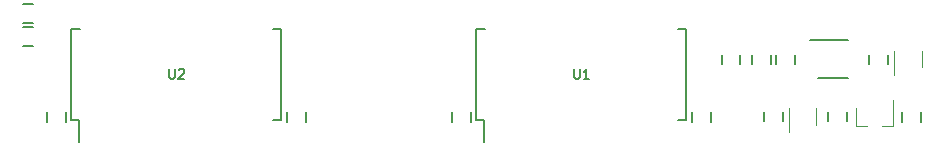
<source format=gto>
G04 #@! TF.GenerationSoftware,KiCad,Pcbnew,(5.1.10-1-10_14)*
G04 #@! TF.CreationDate,2021-07-01T19:13:04-04:00*
G04 #@! TF.ProjectId,GW4194-SOP,47573431-3934-42d5-934f-502e6b696361,1.0-SOP*
G04 #@! TF.SameCoordinates,Original*
G04 #@! TF.FileFunction,Legend,Top*
G04 #@! TF.FilePolarity,Positive*
%FSLAX46Y46*%
G04 Gerber Fmt 4.6, Leading zero omitted, Abs format (unit mm)*
G04 Created by KiCad (PCBNEW (5.1.10-1-10_14)) date 2021-07-01 19:13:04*
%MOMM*%
%LPD*%
G01*
G04 APERTURE LIST*
%ADD10C,0.127000*%
%ADD11C,0.152400*%
%ADD12C,0.120000*%
%ADD13C,0.203200*%
%ADD14C,0.952400*%
G04 APERTURE END LIST*
D10*
X148850000Y-86800000D02*
X152150000Y-86800000D01*
X152150000Y-90000000D02*
X149550000Y-90000000D01*
D11*
X141400000Y-88806400D02*
X141400000Y-87993600D01*
X143000000Y-88806400D02*
X143000000Y-87993600D01*
X146600000Y-92843600D02*
X146600000Y-93656400D01*
X145000000Y-92843600D02*
X145000000Y-93656400D01*
X152050000Y-92843600D02*
X152050000Y-93656400D01*
X150450000Y-92843600D02*
X150450000Y-93656400D01*
X84290000Y-93663400D02*
X84290000Y-92850600D01*
X85890000Y-93663400D02*
X85890000Y-92850600D01*
X106210000Y-93663400D02*
X106210000Y-92850600D01*
X104610000Y-93663400D02*
X104610000Y-92850600D01*
X118580000Y-93663400D02*
X118580000Y-92850600D01*
X120180000Y-93663400D02*
X120180000Y-92850600D01*
X156680000Y-93663400D02*
X156680000Y-92850600D01*
X158280000Y-93663400D02*
X158280000Y-92850600D01*
X138900000Y-93663400D02*
X138900000Y-92850600D01*
X140500000Y-93663400D02*
X140500000Y-92850600D01*
X83106400Y-87300000D02*
X82293600Y-87300000D01*
X83106400Y-85700000D02*
X82293600Y-85700000D01*
X82293600Y-85300000D02*
X83106400Y-85300000D01*
X82293600Y-83700000D02*
X83106400Y-83700000D01*
D12*
X152770000Y-94010000D02*
X153700000Y-94010000D01*
X155930000Y-94010000D02*
X155000000Y-94010000D01*
X155930000Y-94010000D02*
X155930000Y-91850000D01*
X152770000Y-94010000D02*
X152770000Y-92550000D01*
D11*
X153900000Y-87993600D02*
X153900000Y-88806400D01*
X155500000Y-87993600D02*
X155500000Y-88806400D01*
X147600000Y-87993600D02*
X147600000Y-88806400D01*
X146000000Y-87993600D02*
X146000000Y-88806400D01*
D12*
X149410000Y-93930000D02*
X149410000Y-92520000D01*
X147090000Y-92520000D02*
X147090000Y-94550000D01*
X156040000Y-87670000D02*
X156040000Y-89700000D01*
X158360000Y-89080000D02*
X158360000Y-87670000D01*
D11*
X144000000Y-87993600D02*
X144000000Y-88806400D01*
X145600000Y-87993600D02*
X145600000Y-88806400D01*
X121300000Y-93537000D02*
X121300000Y-95362000D01*
X138430000Y-93537000D02*
X138430000Y-85787000D01*
X120650000Y-93537000D02*
X120650000Y-85787000D01*
X138430000Y-93537000D02*
X137685000Y-93537000D01*
X138430000Y-85787000D02*
X137685000Y-85787000D01*
X120650000Y-85787000D02*
X121395000Y-85787000D01*
X120650000Y-93537000D02*
X121300000Y-93537000D01*
X86360000Y-93537000D02*
X87010000Y-93537000D01*
X86360000Y-85787000D02*
X87105000Y-85787000D01*
X104140000Y-85787000D02*
X103395000Y-85787000D01*
X104140000Y-93537000D02*
X103395000Y-93537000D01*
X86360000Y-93537000D02*
X86360000Y-85787000D01*
X104140000Y-93537000D02*
X104140000Y-85787000D01*
X87010000Y-93537000D02*
X87010000Y-95362000D01*
D13*
X128920723Y-89216895D02*
X128920723Y-89874876D01*
X128959428Y-89952285D01*
X128998133Y-89990990D01*
X129075542Y-90029695D01*
X129230361Y-90029695D01*
X129307771Y-89990990D01*
X129346476Y-89952285D01*
X129385180Y-89874876D01*
X129385180Y-89216895D01*
X130197980Y-90029695D02*
X129733523Y-90029695D01*
X129965752Y-90029695D02*
X129965752Y-89216895D01*
X129888342Y-89333009D01*
X129810933Y-89410419D01*
X129733523Y-89449123D01*
X94630723Y-89216895D02*
X94630723Y-89874876D01*
X94669428Y-89952285D01*
X94708133Y-89990990D01*
X94785542Y-90029695D01*
X94940361Y-90029695D01*
X95017771Y-89990990D01*
X95056476Y-89952285D01*
X95095180Y-89874876D01*
X95095180Y-89216895D01*
X95443523Y-89294304D02*
X95482228Y-89255600D01*
X95559638Y-89216895D01*
X95753161Y-89216895D01*
X95830571Y-89255600D01*
X95869276Y-89294304D01*
X95907980Y-89371714D01*
X95907980Y-89449123D01*
X95869276Y-89565238D01*
X95404819Y-90029695D01*
X95907980Y-90029695D01*
%LPC*%
G36*
G01*
X151888700Y-87518150D02*
X151888700Y-87181850D01*
G75*
G02*
X152056850Y-87013700I168150J0D01*
G01*
X152943150Y-87013700D01*
G75*
G02*
X153111300Y-87181850I0J-168150D01*
G01*
X153111300Y-87518150D01*
G75*
G02*
X152943150Y-87686300I-168150J0D01*
G01*
X152056850Y-87686300D01*
G75*
G02*
X151888700Y-87518150I0J168150D01*
G01*
G37*
G36*
G01*
X151888700Y-88205650D02*
X151888700Y-87944350D01*
G75*
G02*
X152019350Y-87813700I130650J0D01*
G01*
X152980650Y-87813700D01*
G75*
G02*
X153111300Y-87944350I0J-130650D01*
G01*
X153111300Y-88205650D01*
G75*
G02*
X152980650Y-88336300I-130650J0D01*
G01*
X152019350Y-88336300D01*
G75*
G02*
X151888700Y-88205650I0J130650D01*
G01*
G37*
G36*
G01*
X151888700Y-88855650D02*
X151888700Y-88594350D01*
G75*
G02*
X152019350Y-88463700I130650J0D01*
G01*
X152980650Y-88463700D01*
G75*
G02*
X153111300Y-88594350I0J-130650D01*
G01*
X153111300Y-88855650D01*
G75*
G02*
X152980650Y-88986300I-130650J0D01*
G01*
X152019350Y-88986300D01*
G75*
G02*
X151888700Y-88855650I0J130650D01*
G01*
G37*
G36*
G01*
X151888700Y-89618150D02*
X151888700Y-89281850D01*
G75*
G02*
X152056850Y-89113700I168150J0D01*
G01*
X152943150Y-89113700D01*
G75*
G02*
X153111300Y-89281850I0J-168150D01*
G01*
X153111300Y-89618150D01*
G75*
G02*
X152943150Y-89786300I-168150J0D01*
G01*
X152056850Y-89786300D01*
G75*
G02*
X151888700Y-89618150I0J168150D01*
G01*
G37*
G36*
G01*
X148588700Y-89618150D02*
X148588700Y-89281850D01*
G75*
G02*
X148756850Y-89113700I168150J0D01*
G01*
X149643150Y-89113700D01*
G75*
G02*
X149811300Y-89281850I0J-168150D01*
G01*
X149811300Y-89618150D01*
G75*
G02*
X149643150Y-89786300I-168150J0D01*
G01*
X148756850Y-89786300D01*
G75*
G02*
X148588700Y-89618150I0J168150D01*
G01*
G37*
G36*
G01*
X148588700Y-88843150D02*
X148588700Y-88606850D01*
G75*
G02*
X148706850Y-88488700I118150J0D01*
G01*
X149693150Y-88488700D01*
G75*
G02*
X149811300Y-88606850I0J-118150D01*
G01*
X149811300Y-88843150D01*
G75*
G02*
X149693150Y-88961300I-118150J0D01*
G01*
X148706850Y-88961300D01*
G75*
G02*
X148588700Y-88843150I0J118150D01*
G01*
G37*
G36*
G01*
X148588700Y-88193150D02*
X148588700Y-87956850D01*
G75*
G02*
X148706850Y-87838700I118150J0D01*
G01*
X149693150Y-87838700D01*
G75*
G02*
X149811300Y-87956850I0J-118150D01*
G01*
X149811300Y-88193150D01*
G75*
G02*
X149693150Y-88311300I-118150J0D01*
G01*
X148706850Y-88311300D01*
G75*
G02*
X148588700Y-88193150I0J118150D01*
G01*
G37*
G36*
G01*
X148588700Y-87518150D02*
X148588700Y-87181850D01*
G75*
G02*
X148756850Y-87013700I168150J0D01*
G01*
X149643150Y-87013700D01*
G75*
G02*
X149811300Y-87181850I0J-168150D01*
G01*
X149811300Y-87518150D01*
G75*
G02*
X149643150Y-87686300I-168150J0D01*
G01*
X148756850Y-87686300D01*
G75*
G02*
X148588700Y-87518150I0J168150D01*
G01*
G37*
G36*
G01*
X82854800Y-100939600D02*
X82854800Y-99212400D01*
G75*
G02*
X83337400Y-98729800I482600J0D01*
G01*
X84302600Y-98729800D01*
G75*
G02*
X84785200Y-99212400I0J-482600D01*
G01*
X84785200Y-100939600D01*
G75*
G02*
X84302600Y-101422200I-482600J0D01*
G01*
X83337400Y-101422200D01*
G75*
G02*
X82854800Y-100939600I0J482600D01*
G01*
G37*
G36*
G01*
X85394800Y-100939600D02*
X85394800Y-99212400D01*
G75*
G02*
X85877400Y-98729800I482600J0D01*
G01*
X86842600Y-98729800D01*
G75*
G02*
X87325200Y-99212400I0J-482600D01*
G01*
X87325200Y-100939600D01*
G75*
G02*
X86842600Y-101422200I-482600J0D01*
G01*
X85877400Y-101422200D01*
G75*
G02*
X85394800Y-100939600I0J482600D01*
G01*
G37*
D14*
X88900000Y-98806000D03*
G36*
G01*
X108254800Y-100939600D02*
X108254800Y-99212400D01*
G75*
G02*
X108737400Y-98729800I482600J0D01*
G01*
X109702600Y-98729800D01*
G75*
G02*
X110185200Y-99212400I0J-482600D01*
G01*
X110185200Y-100939600D01*
G75*
G02*
X109702600Y-101422200I-482600J0D01*
G01*
X108737400Y-101422200D01*
G75*
G02*
X108254800Y-100939600I0J482600D01*
G01*
G37*
G36*
G01*
X93014800Y-100939600D02*
X93014800Y-99212400D01*
G75*
G02*
X93497400Y-98729800I482600J0D01*
G01*
X94462600Y-98729800D01*
G75*
G02*
X94945200Y-99212400I0J-482600D01*
G01*
X94945200Y-100939600D01*
G75*
G02*
X94462600Y-101422200I-482600J0D01*
G01*
X93497400Y-101422200D01*
G75*
G02*
X93014800Y-100939600I0J482600D01*
G01*
G37*
G36*
G01*
X110794800Y-100939600D02*
X110794800Y-99212400D01*
G75*
G02*
X111277400Y-98729800I482600J0D01*
G01*
X112242600Y-98729800D01*
G75*
G02*
X112725200Y-99212400I0J-482600D01*
G01*
X112725200Y-100939600D01*
G75*
G02*
X112242600Y-101422200I-482600J0D01*
G01*
X111277400Y-101422200D01*
G75*
G02*
X110794800Y-100939600I0J482600D01*
G01*
G37*
G36*
G01*
X146354800Y-100939600D02*
X146354800Y-99212400D01*
G75*
G02*
X146837400Y-98729800I482600J0D01*
G01*
X147802600Y-98729800D01*
G75*
G02*
X148285200Y-99212400I0J-482600D01*
G01*
X148285200Y-100939600D01*
G75*
G02*
X147802600Y-101422200I-482600J0D01*
G01*
X146837400Y-101422200D01*
G75*
G02*
X146354800Y-100939600I0J482600D01*
G01*
G37*
G36*
G01*
X113334800Y-100939600D02*
X113334800Y-99212400D01*
G75*
G02*
X113817400Y-98729800I482600J0D01*
G01*
X114782600Y-98729800D01*
G75*
G02*
X115265200Y-99212400I0J-482600D01*
G01*
X115265200Y-100939600D01*
G75*
G02*
X114782600Y-101422200I-482600J0D01*
G01*
X113817400Y-101422200D01*
G75*
G02*
X113334800Y-100939600I0J482600D01*
G01*
G37*
G36*
G01*
X115874800Y-100939600D02*
X115874800Y-99212400D01*
G75*
G02*
X116357400Y-98729800I482600J0D01*
G01*
X117322600Y-98729800D01*
G75*
G02*
X117805200Y-99212400I0J-482600D01*
G01*
X117805200Y-100939600D01*
G75*
G02*
X117322600Y-101422200I-482600J0D01*
G01*
X116357400Y-101422200D01*
G75*
G02*
X115874800Y-100939600I0J482600D01*
G01*
G37*
G36*
G01*
X90474800Y-100939600D02*
X90474800Y-99212400D01*
G75*
G02*
X90957400Y-98729800I482600J0D01*
G01*
X91922600Y-98729800D01*
G75*
G02*
X92405200Y-99212400I0J-482600D01*
G01*
X92405200Y-100939600D01*
G75*
G02*
X91922600Y-101422200I-482600J0D01*
G01*
X90957400Y-101422200D01*
G75*
G02*
X90474800Y-100939600I0J482600D01*
G01*
G37*
G36*
G01*
X153974800Y-100939600D02*
X153974800Y-99212400D01*
G75*
G02*
X154457400Y-98729800I482600J0D01*
G01*
X155422600Y-98729800D01*
G75*
G02*
X155905200Y-99212400I0J-482600D01*
G01*
X155905200Y-100939600D01*
G75*
G02*
X155422600Y-101422200I-482600J0D01*
G01*
X154457400Y-101422200D01*
G75*
G02*
X153974800Y-100939600I0J482600D01*
G01*
G37*
G36*
G01*
X87934800Y-100939600D02*
X87934800Y-99212400D01*
G75*
G02*
X88417400Y-98729800I482600J0D01*
G01*
X89382600Y-98729800D01*
G75*
G02*
X89865200Y-99212400I0J-482600D01*
G01*
X89865200Y-100939600D01*
G75*
G02*
X89382600Y-101422200I-482600J0D01*
G01*
X88417400Y-101422200D01*
G75*
G02*
X87934800Y-100939600I0J482600D01*
G01*
G37*
G36*
G01*
X141274800Y-100939600D02*
X141274800Y-99212400D01*
G75*
G02*
X141757400Y-98729800I482600J0D01*
G01*
X142722600Y-98729800D01*
G75*
G02*
X143205200Y-99212400I0J-482600D01*
G01*
X143205200Y-100939600D01*
G75*
G02*
X142722600Y-101422200I-482600J0D01*
G01*
X141757400Y-101422200D01*
G75*
G02*
X141274800Y-100939600I0J482600D01*
G01*
G37*
G36*
G01*
X120954800Y-100939600D02*
X120954800Y-99212400D01*
G75*
G02*
X121437400Y-98729800I482600J0D01*
G01*
X122402600Y-98729800D01*
G75*
G02*
X122885200Y-99212400I0J-482600D01*
G01*
X122885200Y-100939600D01*
G75*
G02*
X122402600Y-101422200I-482600J0D01*
G01*
X121437400Y-101422200D01*
G75*
G02*
X120954800Y-100939600I0J482600D01*
G01*
G37*
G36*
G01*
X131114800Y-100939600D02*
X131114800Y-99212400D01*
G75*
G02*
X131597400Y-98729800I482600J0D01*
G01*
X132562600Y-98729800D01*
G75*
G02*
X133045200Y-99212400I0J-482600D01*
G01*
X133045200Y-100939600D01*
G75*
G02*
X132562600Y-101422200I-482600J0D01*
G01*
X131597400Y-101422200D01*
G75*
G02*
X131114800Y-100939600I0J482600D01*
G01*
G37*
G36*
G01*
X138734800Y-100939600D02*
X138734800Y-99212400D01*
G75*
G02*
X139217400Y-98729800I482600J0D01*
G01*
X140182600Y-98729800D01*
G75*
G02*
X140665200Y-99212400I0J-482600D01*
G01*
X140665200Y-100939600D01*
G75*
G02*
X140182600Y-101422200I-482600J0D01*
G01*
X139217400Y-101422200D01*
G75*
G02*
X138734800Y-100939600I0J482600D01*
G01*
G37*
G36*
G01*
X103174800Y-100939600D02*
X103174800Y-99212400D01*
G75*
G02*
X103657400Y-98729800I482600J0D01*
G01*
X104622600Y-98729800D01*
G75*
G02*
X105105200Y-99212400I0J-482600D01*
G01*
X105105200Y-100939600D01*
G75*
G02*
X104622600Y-101422200I-482600J0D01*
G01*
X103657400Y-101422200D01*
G75*
G02*
X103174800Y-100939600I0J482600D01*
G01*
G37*
G36*
G01*
X126034800Y-100939600D02*
X126034800Y-99212400D01*
G75*
G02*
X126517400Y-98729800I482600J0D01*
G01*
X127482600Y-98729800D01*
G75*
G02*
X127965200Y-99212400I0J-482600D01*
G01*
X127965200Y-100939600D01*
G75*
G02*
X127482600Y-101422200I-482600J0D01*
G01*
X126517400Y-101422200D01*
G75*
G02*
X126034800Y-100939600I0J482600D01*
G01*
G37*
G36*
G01*
X133654800Y-100939600D02*
X133654800Y-99212400D01*
G75*
G02*
X134137400Y-98729800I482600J0D01*
G01*
X135102600Y-98729800D01*
G75*
G02*
X135585200Y-99212400I0J-482600D01*
G01*
X135585200Y-100939600D01*
G75*
G02*
X135102600Y-101422200I-482600J0D01*
G01*
X134137400Y-101422200D01*
G75*
G02*
X133654800Y-100939600I0J482600D01*
G01*
G37*
G36*
G01*
X128574800Y-100939600D02*
X128574800Y-99212400D01*
G75*
G02*
X129057400Y-98729800I482600J0D01*
G01*
X130022600Y-98729800D01*
G75*
G02*
X130505200Y-99212400I0J-482600D01*
G01*
X130505200Y-100939600D01*
G75*
G02*
X130022600Y-101422200I-482600J0D01*
G01*
X129057400Y-101422200D01*
G75*
G02*
X128574800Y-100939600I0J482600D01*
G01*
G37*
G36*
G01*
X105714800Y-100939600D02*
X105714800Y-99212400D01*
G75*
G02*
X106197400Y-98729800I482600J0D01*
G01*
X107162600Y-98729800D01*
G75*
G02*
X107645200Y-99212400I0J-482600D01*
G01*
X107645200Y-100939600D01*
G75*
G02*
X107162600Y-101422200I-482600J0D01*
G01*
X106197400Y-101422200D01*
G75*
G02*
X105714800Y-100939600I0J482600D01*
G01*
G37*
G36*
G01*
X136194800Y-100939600D02*
X136194800Y-99212400D01*
G75*
G02*
X136677400Y-98729800I482600J0D01*
G01*
X137642600Y-98729800D01*
G75*
G02*
X138125200Y-99212400I0J-482600D01*
G01*
X138125200Y-100939600D01*
G75*
G02*
X137642600Y-101422200I-482600J0D01*
G01*
X136677400Y-101422200D01*
G75*
G02*
X136194800Y-100939600I0J482600D01*
G01*
G37*
G36*
G01*
X95554800Y-100939600D02*
X95554800Y-99212400D01*
G75*
G02*
X96037400Y-98729800I482600J0D01*
G01*
X97002600Y-98729800D01*
G75*
G02*
X97485200Y-99212400I0J-482600D01*
G01*
X97485200Y-100939600D01*
G75*
G02*
X97002600Y-101422200I-482600J0D01*
G01*
X96037400Y-101422200D01*
G75*
G02*
X95554800Y-100939600I0J482600D01*
G01*
G37*
G36*
G01*
X123494800Y-100939600D02*
X123494800Y-99212400D01*
G75*
G02*
X123977400Y-98729800I482600J0D01*
G01*
X124942600Y-98729800D01*
G75*
G02*
X125425200Y-99212400I0J-482600D01*
G01*
X125425200Y-100939600D01*
G75*
G02*
X124942600Y-101422200I-482600J0D01*
G01*
X123977400Y-101422200D01*
G75*
G02*
X123494800Y-100939600I0J482600D01*
G01*
G37*
G36*
G01*
X98094800Y-100939600D02*
X98094800Y-99212400D01*
G75*
G02*
X98577400Y-98729800I482600J0D01*
G01*
X99542600Y-98729800D01*
G75*
G02*
X100025200Y-99212400I0J-482600D01*
G01*
X100025200Y-100939600D01*
G75*
G02*
X99542600Y-101422200I-482600J0D01*
G01*
X98577400Y-101422200D01*
G75*
G02*
X98094800Y-100939600I0J482600D01*
G01*
G37*
G36*
G01*
X100634800Y-100939600D02*
X100634800Y-99212400D01*
G75*
G02*
X101117400Y-98729800I482600J0D01*
G01*
X102082600Y-98729800D01*
G75*
G02*
X102565200Y-99212400I0J-482600D01*
G01*
X102565200Y-100939600D01*
G75*
G02*
X102082600Y-101422200I-482600J0D01*
G01*
X101117400Y-101422200D01*
G75*
G02*
X100634800Y-100939600I0J482600D01*
G01*
G37*
G36*
G01*
X148894800Y-100939600D02*
X148894800Y-99212400D01*
G75*
G02*
X149377400Y-98729800I482600J0D01*
G01*
X150342600Y-98729800D01*
G75*
G02*
X150825200Y-99212400I0J-482600D01*
G01*
X150825200Y-100939600D01*
G75*
G02*
X150342600Y-101422200I-482600J0D01*
G01*
X149377400Y-101422200D01*
G75*
G02*
X148894800Y-100939600I0J482600D01*
G01*
G37*
G36*
G01*
X151434800Y-100939600D02*
X151434800Y-99212400D01*
G75*
G02*
X151917400Y-98729800I482600J0D01*
G01*
X152882600Y-98729800D01*
G75*
G02*
X153365200Y-99212400I0J-482600D01*
G01*
X153365200Y-100939600D01*
G75*
G02*
X152882600Y-101422200I-482600J0D01*
G01*
X151917400Y-101422200D01*
G75*
G02*
X151434800Y-100939600I0J482600D01*
G01*
G37*
G36*
G01*
X156514800Y-100939600D02*
X156514800Y-99212400D01*
G75*
G02*
X156997400Y-98729800I482600J0D01*
G01*
X157962600Y-98729800D01*
G75*
G02*
X158445200Y-99212400I0J-482600D01*
G01*
X158445200Y-100939600D01*
G75*
G02*
X157962600Y-101422200I-482600J0D01*
G01*
X156997400Y-101422200D01*
G75*
G02*
X156514800Y-100939600I0J482600D01*
G01*
G37*
G36*
G01*
X118414800Y-100939600D02*
X118414800Y-99212400D01*
G75*
G02*
X118897400Y-98729800I482600J0D01*
G01*
X119862600Y-98729800D01*
G75*
G02*
X120345200Y-99212400I0J-482600D01*
G01*
X120345200Y-100939600D01*
G75*
G02*
X119862600Y-101422200I-482600J0D01*
G01*
X118897400Y-101422200D01*
G75*
G02*
X118414800Y-100939600I0J482600D01*
G01*
G37*
G36*
G01*
X143814800Y-100939600D02*
X143814800Y-99212400D01*
G75*
G02*
X144297400Y-98729800I482600J0D01*
G01*
X145262600Y-98729800D01*
G75*
G02*
X145745200Y-99212400I0J-482600D01*
G01*
X145745200Y-100939600D01*
G75*
G02*
X145262600Y-101422200I-482600J0D01*
G01*
X144297400Y-101422200D01*
G75*
G02*
X143814800Y-100939600I0J482600D01*
G01*
G37*
X86360000Y-98806000D03*
X83820000Y-98806000D03*
X93980000Y-98806000D03*
X91440000Y-98806000D03*
X96520000Y-98806000D03*
X99060000Y-98806000D03*
X104140000Y-98806000D03*
X101600000Y-98806000D03*
X109220000Y-98806000D03*
X106680000Y-98806000D03*
X111760000Y-98806000D03*
X116840000Y-98806000D03*
X114300000Y-98806000D03*
X119380000Y-98806000D03*
X124460000Y-98806000D03*
X121920000Y-98806000D03*
X127000000Y-98806000D03*
X149860000Y-98806000D03*
X147320000Y-98806000D03*
X152400000Y-98806000D03*
X134620000Y-98806000D03*
X132080000Y-98806000D03*
X137160000Y-98806000D03*
X142240000Y-98806000D03*
X139700000Y-98806000D03*
X144780000Y-98806000D03*
X129540000Y-98806000D03*
X154940000Y-98806000D03*
X157480000Y-98806000D03*
G36*
G01*
X142712500Y-87925000D02*
X141687500Y-87925000D01*
G75*
G02*
X141450000Y-87687500I0J237500D01*
G01*
X141450000Y-87212500D01*
G75*
G02*
X141687500Y-86975000I237500J0D01*
G01*
X142712500Y-86975000D01*
G75*
G02*
X142950000Y-87212500I0J-237500D01*
G01*
X142950000Y-87687500D01*
G75*
G02*
X142712500Y-87925000I-237500J0D01*
G01*
G37*
G36*
G01*
X142712500Y-89825000D02*
X141687500Y-89825000D01*
G75*
G02*
X141450000Y-89587500I0J237500D01*
G01*
X141450000Y-89112500D01*
G75*
G02*
X141687500Y-88875000I237500J0D01*
G01*
X142712500Y-88875000D01*
G75*
G02*
X142950000Y-89112500I0J-237500D01*
G01*
X142950000Y-89587500D01*
G75*
G02*
X142712500Y-89825000I-237500J0D01*
G01*
G37*
G36*
G01*
X145337500Y-93525000D02*
X146262500Y-93525000D01*
G75*
G02*
X146550000Y-93812500I0J-287500D01*
G01*
X146550000Y-94387500D01*
G75*
G02*
X146262500Y-94675000I-287500J0D01*
G01*
X145337500Y-94675000D01*
G75*
G02*
X145050000Y-94387500I0J287500D01*
G01*
X145050000Y-93812500D01*
G75*
G02*
X145337500Y-93525000I287500J0D01*
G01*
G37*
G36*
G01*
X145337500Y-91825000D02*
X146262500Y-91825000D01*
G75*
G02*
X146550000Y-92112500I0J-287500D01*
G01*
X146550000Y-92687500D01*
G75*
G02*
X146262500Y-92975000I-287500J0D01*
G01*
X145337500Y-92975000D01*
G75*
G02*
X145050000Y-92687500I0J287500D01*
G01*
X145050000Y-92112500D01*
G75*
G02*
X145337500Y-91825000I287500J0D01*
G01*
G37*
G36*
G01*
X150774400Y-91798800D02*
X151725600Y-91798800D01*
G75*
G02*
X152026200Y-92099400I0J-300600D01*
G01*
X152026200Y-92700600D01*
G75*
G02*
X151725600Y-93001200I-300600J0D01*
G01*
X150774400Y-93001200D01*
G75*
G02*
X150473800Y-92700600I0J300600D01*
G01*
X150473800Y-92099400D01*
G75*
G02*
X150774400Y-91798800I300600J0D01*
G01*
G37*
G36*
G01*
X150774400Y-93498800D02*
X151725600Y-93498800D01*
G75*
G02*
X152026200Y-93799400I0J-300600D01*
G01*
X152026200Y-94400600D01*
G75*
G02*
X151725600Y-94701200I-300600J0D01*
G01*
X150774400Y-94701200D01*
G75*
G02*
X150473800Y-94400600I0J300600D01*
G01*
X150473800Y-93799400D01*
G75*
G02*
X150774400Y-93498800I300600J0D01*
G01*
G37*
G36*
G01*
X85565600Y-94708200D02*
X84614400Y-94708200D01*
G75*
G02*
X84313800Y-94407600I0J300600D01*
G01*
X84313800Y-93806400D01*
G75*
G02*
X84614400Y-93505800I300600J0D01*
G01*
X85565600Y-93505800D01*
G75*
G02*
X85866200Y-93806400I0J-300600D01*
G01*
X85866200Y-94407600D01*
G75*
G02*
X85565600Y-94708200I-300600J0D01*
G01*
G37*
G36*
G01*
X85565600Y-93008200D02*
X84614400Y-93008200D01*
G75*
G02*
X84313800Y-92707600I0J300600D01*
G01*
X84313800Y-92106400D01*
G75*
G02*
X84614400Y-91805800I300600J0D01*
G01*
X85565600Y-91805800D01*
G75*
G02*
X85866200Y-92106400I0J-300600D01*
G01*
X85866200Y-92707600D01*
G75*
G02*
X85565600Y-93008200I-300600J0D01*
G01*
G37*
G36*
G01*
X105885600Y-93008200D02*
X104934400Y-93008200D01*
G75*
G02*
X104633800Y-92707600I0J300600D01*
G01*
X104633800Y-92106400D01*
G75*
G02*
X104934400Y-91805800I300600J0D01*
G01*
X105885600Y-91805800D01*
G75*
G02*
X106186200Y-92106400I0J-300600D01*
G01*
X106186200Y-92707600D01*
G75*
G02*
X105885600Y-93008200I-300600J0D01*
G01*
G37*
G36*
G01*
X105885600Y-94708200D02*
X104934400Y-94708200D01*
G75*
G02*
X104633800Y-94407600I0J300600D01*
G01*
X104633800Y-93806400D01*
G75*
G02*
X104934400Y-93505800I300600J0D01*
G01*
X105885600Y-93505800D01*
G75*
G02*
X106186200Y-93806400I0J-300600D01*
G01*
X106186200Y-94407600D01*
G75*
G02*
X105885600Y-94708200I-300600J0D01*
G01*
G37*
G36*
G01*
X119855600Y-94708200D02*
X118904400Y-94708200D01*
G75*
G02*
X118603800Y-94407600I0J300600D01*
G01*
X118603800Y-93806400D01*
G75*
G02*
X118904400Y-93505800I300600J0D01*
G01*
X119855600Y-93505800D01*
G75*
G02*
X120156200Y-93806400I0J-300600D01*
G01*
X120156200Y-94407600D01*
G75*
G02*
X119855600Y-94708200I-300600J0D01*
G01*
G37*
G36*
G01*
X119855600Y-93008200D02*
X118904400Y-93008200D01*
G75*
G02*
X118603800Y-92707600I0J300600D01*
G01*
X118603800Y-92106400D01*
G75*
G02*
X118904400Y-91805800I300600J0D01*
G01*
X119855600Y-91805800D01*
G75*
G02*
X120156200Y-92106400I0J-300600D01*
G01*
X120156200Y-92707600D01*
G75*
G02*
X119855600Y-93008200I-300600J0D01*
G01*
G37*
G36*
G01*
X157955600Y-94708200D02*
X157004400Y-94708200D01*
G75*
G02*
X156703800Y-94407600I0J300600D01*
G01*
X156703800Y-93806400D01*
G75*
G02*
X157004400Y-93505800I300600J0D01*
G01*
X157955600Y-93505800D01*
G75*
G02*
X158256200Y-93806400I0J-300600D01*
G01*
X158256200Y-94407600D01*
G75*
G02*
X157955600Y-94708200I-300600J0D01*
G01*
G37*
G36*
G01*
X157955600Y-93008200D02*
X157004400Y-93008200D01*
G75*
G02*
X156703800Y-92707600I0J300600D01*
G01*
X156703800Y-92106400D01*
G75*
G02*
X157004400Y-91805800I300600J0D01*
G01*
X157955600Y-91805800D01*
G75*
G02*
X158256200Y-92106400I0J-300600D01*
G01*
X158256200Y-92707600D01*
G75*
G02*
X157955600Y-93008200I-300600J0D01*
G01*
G37*
G36*
G01*
X140175600Y-94708200D02*
X139224400Y-94708200D01*
G75*
G02*
X138923800Y-94407600I0J300600D01*
G01*
X138923800Y-93806400D01*
G75*
G02*
X139224400Y-93505800I300600J0D01*
G01*
X140175600Y-93505800D01*
G75*
G02*
X140476200Y-93806400I0J-300600D01*
G01*
X140476200Y-94407600D01*
G75*
G02*
X140175600Y-94708200I-300600J0D01*
G01*
G37*
G36*
G01*
X140175600Y-93008200D02*
X139224400Y-93008200D01*
G75*
G02*
X138923800Y-92707600I0J300600D01*
G01*
X138923800Y-92106400D01*
G75*
G02*
X139224400Y-91805800I300600J0D01*
G01*
X140175600Y-91805800D01*
G75*
G02*
X140476200Y-92106400I0J-300600D01*
G01*
X140476200Y-92707600D01*
G75*
G02*
X140175600Y-93008200I-300600J0D01*
G01*
G37*
G36*
G01*
X82225000Y-85987500D02*
X82225000Y-87012500D01*
G75*
G02*
X81987500Y-87250000I-237500J0D01*
G01*
X81512500Y-87250000D01*
G75*
G02*
X81275000Y-87012500I0J237500D01*
G01*
X81275000Y-85987500D01*
G75*
G02*
X81512500Y-85750000I237500J0D01*
G01*
X81987500Y-85750000D01*
G75*
G02*
X82225000Y-85987500I0J-237500D01*
G01*
G37*
G36*
G01*
X84125000Y-85987500D02*
X84125000Y-87012500D01*
G75*
G02*
X83887500Y-87250000I-237500J0D01*
G01*
X83412500Y-87250000D01*
G75*
G02*
X83175000Y-87012500I0J237500D01*
G01*
X83175000Y-85987500D01*
G75*
G02*
X83412500Y-85750000I237500J0D01*
G01*
X83887500Y-85750000D01*
G75*
G02*
X84125000Y-85987500I0J-237500D01*
G01*
G37*
G36*
G01*
X81275000Y-85012500D02*
X81275000Y-83987500D01*
G75*
G02*
X81512500Y-83750000I237500J0D01*
G01*
X81987500Y-83750000D01*
G75*
G02*
X82225000Y-83987500I0J-237500D01*
G01*
X82225000Y-85012500D01*
G75*
G02*
X81987500Y-85250000I-237500J0D01*
G01*
X81512500Y-85250000D01*
G75*
G02*
X81275000Y-85012500I0J237500D01*
G01*
G37*
G36*
G01*
X83175000Y-85012500D02*
X83175000Y-83987500D01*
G75*
G02*
X83412500Y-83750000I237500J0D01*
G01*
X83887500Y-83750000D01*
G75*
G02*
X84125000Y-83987500I0J-237500D01*
G01*
X84125000Y-85012500D01*
G75*
G02*
X83887500Y-85250000I-237500J0D01*
G01*
X83412500Y-85250000D01*
G75*
G02*
X83175000Y-85012500I0J237500D01*
G01*
G37*
G36*
G01*
X154125000Y-93575000D02*
X154575000Y-93575000D01*
G75*
G02*
X154800000Y-93800000I0J-225000D01*
G01*
X154800000Y-94800000D01*
G75*
G02*
X154575000Y-95025000I-225000J0D01*
G01*
X154125000Y-95025000D01*
G75*
G02*
X153900000Y-94800000I0J225000D01*
G01*
X153900000Y-93800000D01*
G75*
G02*
X154125000Y-93575000I225000J0D01*
G01*
G37*
G36*
G01*
X153175000Y-91475000D02*
X153625000Y-91475000D01*
G75*
G02*
X153850000Y-91700000I0J-225000D01*
G01*
X153850000Y-92700000D01*
G75*
G02*
X153625000Y-92925000I-225000J0D01*
G01*
X153175000Y-92925000D01*
G75*
G02*
X152950000Y-92700000I0J225000D01*
G01*
X152950000Y-91700000D01*
G75*
G02*
X153175000Y-91475000I225000J0D01*
G01*
G37*
G36*
G01*
X155075000Y-91475000D02*
X155525000Y-91475000D01*
G75*
G02*
X155750000Y-91700000I0J-225000D01*
G01*
X155750000Y-92700000D01*
G75*
G02*
X155525000Y-92925000I-225000J0D01*
G01*
X155075000Y-92925000D01*
G75*
G02*
X154850000Y-92700000I0J225000D01*
G01*
X154850000Y-91700000D01*
G75*
G02*
X155075000Y-91475000I225000J0D01*
G01*
G37*
G36*
G01*
X154237500Y-86975000D02*
X155162500Y-86975000D01*
G75*
G02*
X155450000Y-87262500I0J-287500D01*
G01*
X155450000Y-87837500D01*
G75*
G02*
X155162500Y-88125000I-287500J0D01*
G01*
X154237500Y-88125000D01*
G75*
G02*
X153950000Y-87837500I0J287500D01*
G01*
X153950000Y-87262500D01*
G75*
G02*
X154237500Y-86975000I287500J0D01*
G01*
G37*
G36*
G01*
X154237500Y-88675000D02*
X155162500Y-88675000D01*
G75*
G02*
X155450000Y-88962500I0J-287500D01*
G01*
X155450000Y-89537500D01*
G75*
G02*
X155162500Y-89825000I-287500J0D01*
G01*
X154237500Y-89825000D01*
G75*
G02*
X153950000Y-89537500I0J287500D01*
G01*
X153950000Y-88962500D01*
G75*
G02*
X154237500Y-88675000I287500J0D01*
G01*
G37*
G36*
G01*
X146337500Y-88675000D02*
X147262500Y-88675000D01*
G75*
G02*
X147550000Y-88962500I0J-287500D01*
G01*
X147550000Y-89537500D01*
G75*
G02*
X147262500Y-89825000I-287500J0D01*
G01*
X146337500Y-89825000D01*
G75*
G02*
X146050000Y-89537500I0J287500D01*
G01*
X146050000Y-88962500D01*
G75*
G02*
X146337500Y-88675000I287500J0D01*
G01*
G37*
G36*
G01*
X146337500Y-86975000D02*
X147262500Y-86975000D01*
G75*
G02*
X147550000Y-87262500I0J-287500D01*
G01*
X147550000Y-87837500D01*
G75*
G02*
X147262500Y-88125000I-287500J0D01*
G01*
X146337500Y-88125000D01*
G75*
G02*
X146050000Y-87837500I0J287500D01*
G01*
X146050000Y-87262500D01*
G75*
G02*
X146337500Y-86975000I287500J0D01*
G01*
G37*
G36*
G01*
X147720000Y-92940000D02*
X147480000Y-92940000D01*
G75*
G02*
X147360000Y-92820000I0J120000D01*
G01*
X147360000Y-91980000D01*
G75*
G02*
X147480000Y-91860000I120000J0D01*
G01*
X147720000Y-91860000D01*
G75*
G02*
X147840000Y-91980000I0J-120000D01*
G01*
X147840000Y-92820000D01*
G75*
G02*
X147720000Y-92940000I-120000J0D01*
G01*
G37*
G36*
G01*
X149020000Y-92940000D02*
X148780000Y-92940000D01*
G75*
G02*
X148660000Y-92820000I0J120000D01*
G01*
X148660000Y-91980000D01*
G75*
G02*
X148780000Y-91860000I120000J0D01*
G01*
X149020000Y-91860000D01*
G75*
G02*
X149140000Y-91980000I0J-120000D01*
G01*
X149140000Y-92820000D01*
G75*
G02*
X149020000Y-92940000I-120000J0D01*
G01*
G37*
G36*
G01*
X148370000Y-94640000D02*
X148130000Y-94640000D01*
G75*
G02*
X148010000Y-94520000I0J120000D01*
G01*
X148010000Y-93680000D01*
G75*
G02*
X148130000Y-93560000I120000J0D01*
G01*
X148370000Y-93560000D01*
G75*
G02*
X148490000Y-93680000I0J-120000D01*
G01*
X148490000Y-94520000D01*
G75*
G02*
X148370000Y-94640000I-120000J0D01*
G01*
G37*
G36*
G01*
X147720000Y-94640000D02*
X147480000Y-94640000D01*
G75*
G02*
X147360000Y-94520000I0J120000D01*
G01*
X147360000Y-93680000D01*
G75*
G02*
X147480000Y-93560000I120000J0D01*
G01*
X147720000Y-93560000D01*
G75*
G02*
X147840000Y-93680000I0J-120000D01*
G01*
X147840000Y-94520000D01*
G75*
G02*
X147720000Y-94640000I-120000J0D01*
G01*
G37*
G36*
G01*
X149020000Y-94640000D02*
X148780000Y-94640000D01*
G75*
G02*
X148660000Y-94520000I0J120000D01*
G01*
X148660000Y-93680000D01*
G75*
G02*
X148780000Y-93560000I120000J0D01*
G01*
X149020000Y-93560000D01*
G75*
G02*
X149140000Y-93680000I0J-120000D01*
G01*
X149140000Y-94520000D01*
G75*
G02*
X149020000Y-94640000I-120000J0D01*
G01*
G37*
G36*
G01*
X157970000Y-89790000D02*
X157730000Y-89790000D01*
G75*
G02*
X157610000Y-89670000I0J120000D01*
G01*
X157610000Y-88830000D01*
G75*
G02*
X157730000Y-88710000I120000J0D01*
G01*
X157970000Y-88710000D01*
G75*
G02*
X158090000Y-88830000I0J-120000D01*
G01*
X158090000Y-89670000D01*
G75*
G02*
X157970000Y-89790000I-120000J0D01*
G01*
G37*
G36*
G01*
X156670000Y-89790000D02*
X156430000Y-89790000D01*
G75*
G02*
X156310000Y-89670000I0J120000D01*
G01*
X156310000Y-88830000D01*
G75*
G02*
X156430000Y-88710000I120000J0D01*
G01*
X156670000Y-88710000D01*
G75*
G02*
X156790000Y-88830000I0J-120000D01*
G01*
X156790000Y-89670000D01*
G75*
G02*
X156670000Y-89790000I-120000J0D01*
G01*
G37*
G36*
G01*
X157320000Y-89790000D02*
X157080000Y-89790000D01*
G75*
G02*
X156960000Y-89670000I0J120000D01*
G01*
X156960000Y-88830000D01*
G75*
G02*
X157080000Y-88710000I120000J0D01*
G01*
X157320000Y-88710000D01*
G75*
G02*
X157440000Y-88830000I0J-120000D01*
G01*
X157440000Y-89670000D01*
G75*
G02*
X157320000Y-89790000I-120000J0D01*
G01*
G37*
G36*
G01*
X157970000Y-88090000D02*
X157730000Y-88090000D01*
G75*
G02*
X157610000Y-87970000I0J120000D01*
G01*
X157610000Y-87130000D01*
G75*
G02*
X157730000Y-87010000I120000J0D01*
G01*
X157970000Y-87010000D01*
G75*
G02*
X158090000Y-87130000I0J-120000D01*
G01*
X158090000Y-87970000D01*
G75*
G02*
X157970000Y-88090000I-120000J0D01*
G01*
G37*
G36*
G01*
X156670000Y-88090000D02*
X156430000Y-88090000D01*
G75*
G02*
X156310000Y-87970000I0J120000D01*
G01*
X156310000Y-87130000D01*
G75*
G02*
X156430000Y-87010000I120000J0D01*
G01*
X156670000Y-87010000D01*
G75*
G02*
X156790000Y-87130000I0J-120000D01*
G01*
X156790000Y-87970000D01*
G75*
G02*
X156670000Y-88090000I-120000J0D01*
G01*
G37*
G36*
G01*
X144287500Y-86975000D02*
X145312500Y-86975000D01*
G75*
G02*
X145550000Y-87212500I0J-237500D01*
G01*
X145550000Y-87687500D01*
G75*
G02*
X145312500Y-87925000I-237500J0D01*
G01*
X144287500Y-87925000D01*
G75*
G02*
X144050000Y-87687500I0J237500D01*
G01*
X144050000Y-87212500D01*
G75*
G02*
X144287500Y-86975000I237500J0D01*
G01*
G37*
G36*
G01*
X144287500Y-88875000D02*
X145312500Y-88875000D01*
G75*
G02*
X145550000Y-89112500I0J-237500D01*
G01*
X145550000Y-89587500D01*
G75*
G02*
X145312500Y-89825000I-237500J0D01*
G01*
X144287500Y-89825000D01*
G75*
G02*
X144050000Y-89587500I0J237500D01*
G01*
X144050000Y-89112500D01*
G75*
G02*
X144287500Y-88875000I237500J0D01*
G01*
G37*
G36*
G01*
X122095000Y-95427000D02*
X121745000Y-95427000D01*
G75*
G02*
X121570000Y-95252000I0J175000D01*
G01*
X121570000Y-93470000D01*
G75*
G02*
X121745000Y-93295000I175000J0D01*
G01*
X122095000Y-93295000D01*
G75*
G02*
X122270000Y-93470000I0J-175000D01*
G01*
X122270000Y-95252000D01*
G75*
G02*
X122095000Y-95427000I-175000J0D01*
G01*
G37*
G36*
G01*
X123365000Y-95427000D02*
X123015000Y-95427000D01*
G75*
G02*
X122840000Y-95252000I0J175000D01*
G01*
X122840000Y-93470000D01*
G75*
G02*
X123015000Y-93295000I175000J0D01*
G01*
X123365000Y-93295000D01*
G75*
G02*
X123540000Y-93470000I0J-175000D01*
G01*
X123540000Y-95252000D01*
G75*
G02*
X123365000Y-95427000I-175000J0D01*
G01*
G37*
G36*
G01*
X124635000Y-95427000D02*
X124285000Y-95427000D01*
G75*
G02*
X124110000Y-95252000I0J175000D01*
G01*
X124110000Y-93470000D01*
G75*
G02*
X124285000Y-93295000I175000J0D01*
G01*
X124635000Y-93295000D01*
G75*
G02*
X124810000Y-93470000I0J-175000D01*
G01*
X124810000Y-95252000D01*
G75*
G02*
X124635000Y-95427000I-175000J0D01*
G01*
G37*
G36*
G01*
X125905000Y-95427000D02*
X125555000Y-95427000D01*
G75*
G02*
X125380000Y-95252000I0J175000D01*
G01*
X125380000Y-93470000D01*
G75*
G02*
X125555000Y-93295000I175000J0D01*
G01*
X125905000Y-93295000D01*
G75*
G02*
X126080000Y-93470000I0J-175000D01*
G01*
X126080000Y-95252000D01*
G75*
G02*
X125905000Y-95427000I-175000J0D01*
G01*
G37*
G36*
G01*
X127175000Y-95427000D02*
X126825000Y-95427000D01*
G75*
G02*
X126650000Y-95252000I0J175000D01*
G01*
X126650000Y-93470000D01*
G75*
G02*
X126825000Y-93295000I175000J0D01*
G01*
X127175000Y-93295000D01*
G75*
G02*
X127350000Y-93470000I0J-175000D01*
G01*
X127350000Y-95252000D01*
G75*
G02*
X127175000Y-95427000I-175000J0D01*
G01*
G37*
G36*
G01*
X128445000Y-95427000D02*
X128095000Y-95427000D01*
G75*
G02*
X127920000Y-95252000I0J175000D01*
G01*
X127920000Y-93470000D01*
G75*
G02*
X128095000Y-93295000I175000J0D01*
G01*
X128445000Y-93295000D01*
G75*
G02*
X128620000Y-93470000I0J-175000D01*
G01*
X128620000Y-95252000D01*
G75*
G02*
X128445000Y-95427000I-175000J0D01*
G01*
G37*
G36*
G01*
X130985000Y-95427000D02*
X130635000Y-95427000D01*
G75*
G02*
X130460000Y-95252000I0J175000D01*
G01*
X130460000Y-93470000D01*
G75*
G02*
X130635000Y-93295000I175000J0D01*
G01*
X130985000Y-93295000D01*
G75*
G02*
X131160000Y-93470000I0J-175000D01*
G01*
X131160000Y-95252000D01*
G75*
G02*
X130985000Y-95427000I-175000J0D01*
G01*
G37*
G36*
G01*
X132255000Y-95427000D02*
X131905000Y-95427000D01*
G75*
G02*
X131730000Y-95252000I0J175000D01*
G01*
X131730000Y-93470000D01*
G75*
G02*
X131905000Y-93295000I175000J0D01*
G01*
X132255000Y-93295000D01*
G75*
G02*
X132430000Y-93470000I0J-175000D01*
G01*
X132430000Y-95252000D01*
G75*
G02*
X132255000Y-95427000I-175000J0D01*
G01*
G37*
G36*
G01*
X133525000Y-95427000D02*
X133175000Y-95427000D01*
G75*
G02*
X133000000Y-95252000I0J175000D01*
G01*
X133000000Y-93470000D01*
G75*
G02*
X133175000Y-93295000I175000J0D01*
G01*
X133525000Y-93295000D01*
G75*
G02*
X133700000Y-93470000I0J-175000D01*
G01*
X133700000Y-95252000D01*
G75*
G02*
X133525000Y-95427000I-175000J0D01*
G01*
G37*
G36*
G01*
X134795000Y-95427000D02*
X134445000Y-95427000D01*
G75*
G02*
X134270000Y-95252000I0J175000D01*
G01*
X134270000Y-93470000D01*
G75*
G02*
X134445000Y-93295000I175000J0D01*
G01*
X134795000Y-93295000D01*
G75*
G02*
X134970000Y-93470000I0J-175000D01*
G01*
X134970000Y-95252000D01*
G75*
G02*
X134795000Y-95427000I-175000J0D01*
G01*
G37*
G36*
G01*
X136065000Y-95427000D02*
X135715000Y-95427000D01*
G75*
G02*
X135540000Y-95252000I0J175000D01*
G01*
X135540000Y-93470000D01*
G75*
G02*
X135715000Y-93295000I175000J0D01*
G01*
X136065000Y-93295000D01*
G75*
G02*
X136240000Y-93470000I0J-175000D01*
G01*
X136240000Y-95252000D01*
G75*
G02*
X136065000Y-95427000I-175000J0D01*
G01*
G37*
G36*
G01*
X137335000Y-95427000D02*
X136985000Y-95427000D01*
G75*
G02*
X136810000Y-95252000I0J175000D01*
G01*
X136810000Y-93470000D01*
G75*
G02*
X136985000Y-93295000I175000J0D01*
G01*
X137335000Y-93295000D01*
G75*
G02*
X137510000Y-93470000I0J-175000D01*
G01*
X137510000Y-95252000D01*
G75*
G02*
X137335000Y-95427000I-175000J0D01*
G01*
G37*
G36*
G01*
X137335000Y-86029000D02*
X136985000Y-86029000D01*
G75*
G02*
X136810000Y-85854000I0J175000D01*
G01*
X136810000Y-84072000D01*
G75*
G02*
X136985000Y-83897000I175000J0D01*
G01*
X137335000Y-83897000D01*
G75*
G02*
X137510000Y-84072000I0J-175000D01*
G01*
X137510000Y-85854000D01*
G75*
G02*
X137335000Y-86029000I-175000J0D01*
G01*
G37*
G36*
G01*
X136065000Y-86029000D02*
X135715000Y-86029000D01*
G75*
G02*
X135540000Y-85854000I0J175000D01*
G01*
X135540000Y-84072000D01*
G75*
G02*
X135715000Y-83897000I175000J0D01*
G01*
X136065000Y-83897000D01*
G75*
G02*
X136240000Y-84072000I0J-175000D01*
G01*
X136240000Y-85854000D01*
G75*
G02*
X136065000Y-86029000I-175000J0D01*
G01*
G37*
G36*
G01*
X134795000Y-86029000D02*
X134445000Y-86029000D01*
G75*
G02*
X134270000Y-85854000I0J175000D01*
G01*
X134270000Y-84072000D01*
G75*
G02*
X134445000Y-83897000I175000J0D01*
G01*
X134795000Y-83897000D01*
G75*
G02*
X134970000Y-84072000I0J-175000D01*
G01*
X134970000Y-85854000D01*
G75*
G02*
X134795000Y-86029000I-175000J0D01*
G01*
G37*
G36*
G01*
X133525000Y-86029000D02*
X133175000Y-86029000D01*
G75*
G02*
X133000000Y-85854000I0J175000D01*
G01*
X133000000Y-84072000D01*
G75*
G02*
X133175000Y-83897000I175000J0D01*
G01*
X133525000Y-83897000D01*
G75*
G02*
X133700000Y-84072000I0J-175000D01*
G01*
X133700000Y-85854000D01*
G75*
G02*
X133525000Y-86029000I-175000J0D01*
G01*
G37*
G36*
G01*
X132255000Y-86029000D02*
X131905000Y-86029000D01*
G75*
G02*
X131730000Y-85854000I0J175000D01*
G01*
X131730000Y-84072000D01*
G75*
G02*
X131905000Y-83897000I175000J0D01*
G01*
X132255000Y-83897000D01*
G75*
G02*
X132430000Y-84072000I0J-175000D01*
G01*
X132430000Y-85854000D01*
G75*
G02*
X132255000Y-86029000I-175000J0D01*
G01*
G37*
G36*
G01*
X130985000Y-86029000D02*
X130635000Y-86029000D01*
G75*
G02*
X130460000Y-85854000I0J175000D01*
G01*
X130460000Y-84072000D01*
G75*
G02*
X130635000Y-83897000I175000J0D01*
G01*
X130985000Y-83897000D01*
G75*
G02*
X131160000Y-84072000I0J-175000D01*
G01*
X131160000Y-85854000D01*
G75*
G02*
X130985000Y-86029000I-175000J0D01*
G01*
G37*
G36*
G01*
X128445000Y-86029000D02*
X128095000Y-86029000D01*
G75*
G02*
X127920000Y-85854000I0J175000D01*
G01*
X127920000Y-84072000D01*
G75*
G02*
X128095000Y-83897000I175000J0D01*
G01*
X128445000Y-83897000D01*
G75*
G02*
X128620000Y-84072000I0J-175000D01*
G01*
X128620000Y-85854000D01*
G75*
G02*
X128445000Y-86029000I-175000J0D01*
G01*
G37*
G36*
G01*
X127175000Y-86029000D02*
X126825000Y-86029000D01*
G75*
G02*
X126650000Y-85854000I0J175000D01*
G01*
X126650000Y-84072000D01*
G75*
G02*
X126825000Y-83897000I175000J0D01*
G01*
X127175000Y-83897000D01*
G75*
G02*
X127350000Y-84072000I0J-175000D01*
G01*
X127350000Y-85854000D01*
G75*
G02*
X127175000Y-86029000I-175000J0D01*
G01*
G37*
G36*
G01*
X125905000Y-86029000D02*
X125555000Y-86029000D01*
G75*
G02*
X125380000Y-85854000I0J175000D01*
G01*
X125380000Y-84072000D01*
G75*
G02*
X125555000Y-83897000I175000J0D01*
G01*
X125905000Y-83897000D01*
G75*
G02*
X126080000Y-84072000I0J-175000D01*
G01*
X126080000Y-85854000D01*
G75*
G02*
X125905000Y-86029000I-175000J0D01*
G01*
G37*
G36*
G01*
X124635000Y-86029000D02*
X124285000Y-86029000D01*
G75*
G02*
X124110000Y-85854000I0J175000D01*
G01*
X124110000Y-84072000D01*
G75*
G02*
X124285000Y-83897000I175000J0D01*
G01*
X124635000Y-83897000D01*
G75*
G02*
X124810000Y-84072000I0J-175000D01*
G01*
X124810000Y-85854000D01*
G75*
G02*
X124635000Y-86029000I-175000J0D01*
G01*
G37*
G36*
G01*
X123365000Y-86029000D02*
X123015000Y-86029000D01*
G75*
G02*
X122840000Y-85854000I0J175000D01*
G01*
X122840000Y-84072000D01*
G75*
G02*
X123015000Y-83897000I175000J0D01*
G01*
X123365000Y-83897000D01*
G75*
G02*
X123540000Y-84072000I0J-175000D01*
G01*
X123540000Y-85854000D01*
G75*
G02*
X123365000Y-86029000I-175000J0D01*
G01*
G37*
G36*
G01*
X122095000Y-86029000D02*
X121745000Y-86029000D01*
G75*
G02*
X121570000Y-85854000I0J175000D01*
G01*
X121570000Y-84072000D01*
G75*
G02*
X121745000Y-83897000I175000J0D01*
G01*
X122095000Y-83897000D01*
G75*
G02*
X122270000Y-84072000I0J-175000D01*
G01*
X122270000Y-85854000D01*
G75*
G02*
X122095000Y-86029000I-175000J0D01*
G01*
G37*
G36*
G01*
X87805000Y-86029000D02*
X87455000Y-86029000D01*
G75*
G02*
X87280000Y-85854000I0J175000D01*
G01*
X87280000Y-84072000D01*
G75*
G02*
X87455000Y-83897000I175000J0D01*
G01*
X87805000Y-83897000D01*
G75*
G02*
X87980000Y-84072000I0J-175000D01*
G01*
X87980000Y-85854000D01*
G75*
G02*
X87805000Y-86029000I-175000J0D01*
G01*
G37*
G36*
G01*
X89075000Y-86029000D02*
X88725000Y-86029000D01*
G75*
G02*
X88550000Y-85854000I0J175000D01*
G01*
X88550000Y-84072000D01*
G75*
G02*
X88725000Y-83897000I175000J0D01*
G01*
X89075000Y-83897000D01*
G75*
G02*
X89250000Y-84072000I0J-175000D01*
G01*
X89250000Y-85854000D01*
G75*
G02*
X89075000Y-86029000I-175000J0D01*
G01*
G37*
G36*
G01*
X90345000Y-86029000D02*
X89995000Y-86029000D01*
G75*
G02*
X89820000Y-85854000I0J175000D01*
G01*
X89820000Y-84072000D01*
G75*
G02*
X89995000Y-83897000I175000J0D01*
G01*
X90345000Y-83897000D01*
G75*
G02*
X90520000Y-84072000I0J-175000D01*
G01*
X90520000Y-85854000D01*
G75*
G02*
X90345000Y-86029000I-175000J0D01*
G01*
G37*
G36*
G01*
X91615000Y-86029000D02*
X91265000Y-86029000D01*
G75*
G02*
X91090000Y-85854000I0J175000D01*
G01*
X91090000Y-84072000D01*
G75*
G02*
X91265000Y-83897000I175000J0D01*
G01*
X91615000Y-83897000D01*
G75*
G02*
X91790000Y-84072000I0J-175000D01*
G01*
X91790000Y-85854000D01*
G75*
G02*
X91615000Y-86029000I-175000J0D01*
G01*
G37*
G36*
G01*
X92885000Y-86029000D02*
X92535000Y-86029000D01*
G75*
G02*
X92360000Y-85854000I0J175000D01*
G01*
X92360000Y-84072000D01*
G75*
G02*
X92535000Y-83897000I175000J0D01*
G01*
X92885000Y-83897000D01*
G75*
G02*
X93060000Y-84072000I0J-175000D01*
G01*
X93060000Y-85854000D01*
G75*
G02*
X92885000Y-86029000I-175000J0D01*
G01*
G37*
G36*
G01*
X94155000Y-86029000D02*
X93805000Y-86029000D01*
G75*
G02*
X93630000Y-85854000I0J175000D01*
G01*
X93630000Y-84072000D01*
G75*
G02*
X93805000Y-83897000I175000J0D01*
G01*
X94155000Y-83897000D01*
G75*
G02*
X94330000Y-84072000I0J-175000D01*
G01*
X94330000Y-85854000D01*
G75*
G02*
X94155000Y-86029000I-175000J0D01*
G01*
G37*
G36*
G01*
X96695000Y-86029000D02*
X96345000Y-86029000D01*
G75*
G02*
X96170000Y-85854000I0J175000D01*
G01*
X96170000Y-84072000D01*
G75*
G02*
X96345000Y-83897000I175000J0D01*
G01*
X96695000Y-83897000D01*
G75*
G02*
X96870000Y-84072000I0J-175000D01*
G01*
X96870000Y-85854000D01*
G75*
G02*
X96695000Y-86029000I-175000J0D01*
G01*
G37*
G36*
G01*
X97965000Y-86029000D02*
X97615000Y-86029000D01*
G75*
G02*
X97440000Y-85854000I0J175000D01*
G01*
X97440000Y-84072000D01*
G75*
G02*
X97615000Y-83897000I175000J0D01*
G01*
X97965000Y-83897000D01*
G75*
G02*
X98140000Y-84072000I0J-175000D01*
G01*
X98140000Y-85854000D01*
G75*
G02*
X97965000Y-86029000I-175000J0D01*
G01*
G37*
G36*
G01*
X99235000Y-86029000D02*
X98885000Y-86029000D01*
G75*
G02*
X98710000Y-85854000I0J175000D01*
G01*
X98710000Y-84072000D01*
G75*
G02*
X98885000Y-83897000I175000J0D01*
G01*
X99235000Y-83897000D01*
G75*
G02*
X99410000Y-84072000I0J-175000D01*
G01*
X99410000Y-85854000D01*
G75*
G02*
X99235000Y-86029000I-175000J0D01*
G01*
G37*
G36*
G01*
X100505000Y-86029000D02*
X100155000Y-86029000D01*
G75*
G02*
X99980000Y-85854000I0J175000D01*
G01*
X99980000Y-84072000D01*
G75*
G02*
X100155000Y-83897000I175000J0D01*
G01*
X100505000Y-83897000D01*
G75*
G02*
X100680000Y-84072000I0J-175000D01*
G01*
X100680000Y-85854000D01*
G75*
G02*
X100505000Y-86029000I-175000J0D01*
G01*
G37*
G36*
G01*
X101775000Y-86029000D02*
X101425000Y-86029000D01*
G75*
G02*
X101250000Y-85854000I0J175000D01*
G01*
X101250000Y-84072000D01*
G75*
G02*
X101425000Y-83897000I175000J0D01*
G01*
X101775000Y-83897000D01*
G75*
G02*
X101950000Y-84072000I0J-175000D01*
G01*
X101950000Y-85854000D01*
G75*
G02*
X101775000Y-86029000I-175000J0D01*
G01*
G37*
G36*
G01*
X103045000Y-86029000D02*
X102695000Y-86029000D01*
G75*
G02*
X102520000Y-85854000I0J175000D01*
G01*
X102520000Y-84072000D01*
G75*
G02*
X102695000Y-83897000I175000J0D01*
G01*
X103045000Y-83897000D01*
G75*
G02*
X103220000Y-84072000I0J-175000D01*
G01*
X103220000Y-85854000D01*
G75*
G02*
X103045000Y-86029000I-175000J0D01*
G01*
G37*
G36*
G01*
X103045000Y-95427000D02*
X102695000Y-95427000D01*
G75*
G02*
X102520000Y-95252000I0J175000D01*
G01*
X102520000Y-93470000D01*
G75*
G02*
X102695000Y-93295000I175000J0D01*
G01*
X103045000Y-93295000D01*
G75*
G02*
X103220000Y-93470000I0J-175000D01*
G01*
X103220000Y-95252000D01*
G75*
G02*
X103045000Y-95427000I-175000J0D01*
G01*
G37*
G36*
G01*
X101775000Y-95427000D02*
X101425000Y-95427000D01*
G75*
G02*
X101250000Y-95252000I0J175000D01*
G01*
X101250000Y-93470000D01*
G75*
G02*
X101425000Y-93295000I175000J0D01*
G01*
X101775000Y-93295000D01*
G75*
G02*
X101950000Y-93470000I0J-175000D01*
G01*
X101950000Y-95252000D01*
G75*
G02*
X101775000Y-95427000I-175000J0D01*
G01*
G37*
G36*
G01*
X100505000Y-95427000D02*
X100155000Y-95427000D01*
G75*
G02*
X99980000Y-95252000I0J175000D01*
G01*
X99980000Y-93470000D01*
G75*
G02*
X100155000Y-93295000I175000J0D01*
G01*
X100505000Y-93295000D01*
G75*
G02*
X100680000Y-93470000I0J-175000D01*
G01*
X100680000Y-95252000D01*
G75*
G02*
X100505000Y-95427000I-175000J0D01*
G01*
G37*
G36*
G01*
X99235000Y-95427000D02*
X98885000Y-95427000D01*
G75*
G02*
X98710000Y-95252000I0J175000D01*
G01*
X98710000Y-93470000D01*
G75*
G02*
X98885000Y-93295000I175000J0D01*
G01*
X99235000Y-93295000D01*
G75*
G02*
X99410000Y-93470000I0J-175000D01*
G01*
X99410000Y-95252000D01*
G75*
G02*
X99235000Y-95427000I-175000J0D01*
G01*
G37*
G36*
G01*
X97965000Y-95427000D02*
X97615000Y-95427000D01*
G75*
G02*
X97440000Y-95252000I0J175000D01*
G01*
X97440000Y-93470000D01*
G75*
G02*
X97615000Y-93295000I175000J0D01*
G01*
X97965000Y-93295000D01*
G75*
G02*
X98140000Y-93470000I0J-175000D01*
G01*
X98140000Y-95252000D01*
G75*
G02*
X97965000Y-95427000I-175000J0D01*
G01*
G37*
G36*
G01*
X96695000Y-95427000D02*
X96345000Y-95427000D01*
G75*
G02*
X96170000Y-95252000I0J175000D01*
G01*
X96170000Y-93470000D01*
G75*
G02*
X96345000Y-93295000I175000J0D01*
G01*
X96695000Y-93295000D01*
G75*
G02*
X96870000Y-93470000I0J-175000D01*
G01*
X96870000Y-95252000D01*
G75*
G02*
X96695000Y-95427000I-175000J0D01*
G01*
G37*
G36*
G01*
X94155000Y-95427000D02*
X93805000Y-95427000D01*
G75*
G02*
X93630000Y-95252000I0J175000D01*
G01*
X93630000Y-93470000D01*
G75*
G02*
X93805000Y-93295000I175000J0D01*
G01*
X94155000Y-93295000D01*
G75*
G02*
X94330000Y-93470000I0J-175000D01*
G01*
X94330000Y-95252000D01*
G75*
G02*
X94155000Y-95427000I-175000J0D01*
G01*
G37*
G36*
G01*
X92885000Y-95427000D02*
X92535000Y-95427000D01*
G75*
G02*
X92360000Y-95252000I0J175000D01*
G01*
X92360000Y-93470000D01*
G75*
G02*
X92535000Y-93295000I175000J0D01*
G01*
X92885000Y-93295000D01*
G75*
G02*
X93060000Y-93470000I0J-175000D01*
G01*
X93060000Y-95252000D01*
G75*
G02*
X92885000Y-95427000I-175000J0D01*
G01*
G37*
G36*
G01*
X91615000Y-95427000D02*
X91265000Y-95427000D01*
G75*
G02*
X91090000Y-95252000I0J175000D01*
G01*
X91090000Y-93470000D01*
G75*
G02*
X91265000Y-93295000I175000J0D01*
G01*
X91615000Y-93295000D01*
G75*
G02*
X91790000Y-93470000I0J-175000D01*
G01*
X91790000Y-95252000D01*
G75*
G02*
X91615000Y-95427000I-175000J0D01*
G01*
G37*
G36*
G01*
X90345000Y-95427000D02*
X89995000Y-95427000D01*
G75*
G02*
X89820000Y-95252000I0J175000D01*
G01*
X89820000Y-93470000D01*
G75*
G02*
X89995000Y-93295000I175000J0D01*
G01*
X90345000Y-93295000D01*
G75*
G02*
X90520000Y-93470000I0J-175000D01*
G01*
X90520000Y-95252000D01*
G75*
G02*
X90345000Y-95427000I-175000J0D01*
G01*
G37*
G36*
G01*
X89075000Y-95427000D02*
X88725000Y-95427000D01*
G75*
G02*
X88550000Y-95252000I0J175000D01*
G01*
X88550000Y-93470000D01*
G75*
G02*
X88725000Y-93295000I175000J0D01*
G01*
X89075000Y-93295000D01*
G75*
G02*
X89250000Y-93470000I0J-175000D01*
G01*
X89250000Y-95252000D01*
G75*
G02*
X89075000Y-95427000I-175000J0D01*
G01*
G37*
G36*
G01*
X87805000Y-95427000D02*
X87455000Y-95427000D01*
G75*
G02*
X87280000Y-95252000I0J175000D01*
G01*
X87280000Y-93470000D01*
G75*
G02*
X87455000Y-93295000I175000J0D01*
G01*
X87805000Y-93295000D01*
G75*
G02*
X87980000Y-93470000I0J-175000D01*
G01*
X87980000Y-95252000D01*
G75*
G02*
X87805000Y-95427000I-175000J0D01*
G01*
G37*
M02*

</source>
